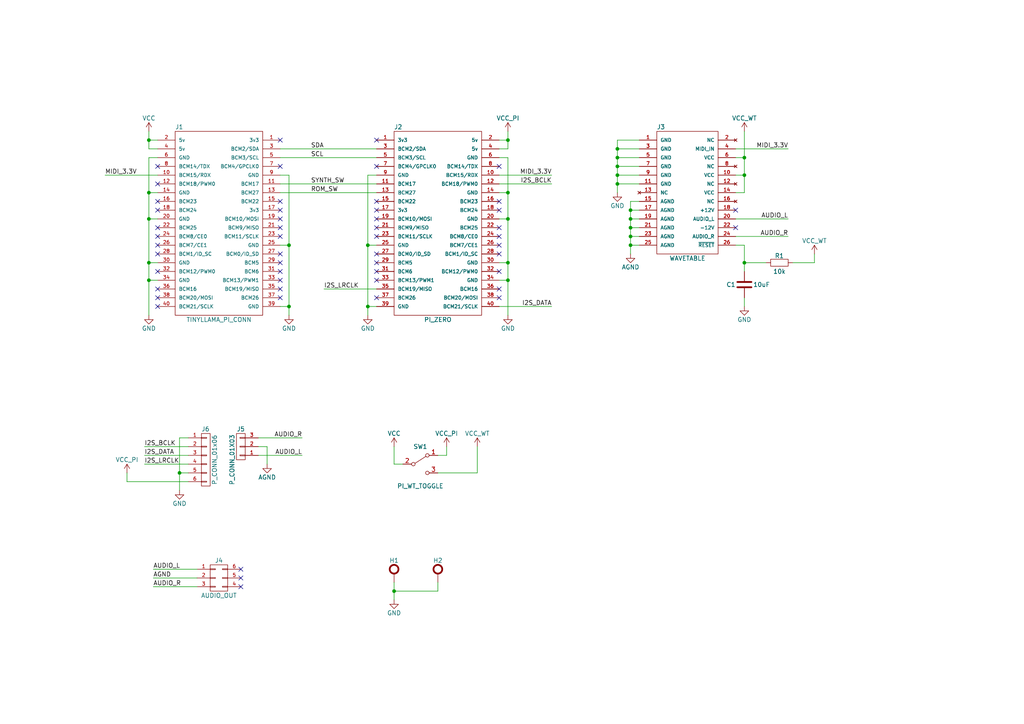
<source format=kicad_sch>
(kicad_sch (version 20230121) (generator eeschema)
  (paper "A4")
  (lib_symbols
    (symbol "Switch:SW_SPDT" (pin_names (offset 0) hide)
      (property "Reference" "SW" (at 0 4.318 0))
      (property "Value" "SW_SPDT" (at 0 -5.08 0))
      (symbol "SW_SPDT_0_0"
        (circle (center -2.032 0) (radius 0.508))
        (circle (center 2.032 -2.54) (radius 0.508))
      )
      (symbol "SW_SPDT_0_1"
        (polyline (pts (xy -1.524 0.254) (xy 1.651 2.286)))
        (circle (center 2.032 2.54) (radius 0.508))
      )
      (symbol "SW_SPDT_1_1"
        (pin passive line (at 5.08 2.54 180) (length 2.54) (name "A") (number "1"))
        (pin passive line (at -5.08 0 0) (length 2.54) (name "B") (number "2"))
        (pin passive line (at 5.08 -2.54 180) (length 2.54) (name "C") (number "3"))
      )
    )
    (symbol "llama_shared:AGND" (power) (pin_names (offset 0))
      (property "Value" "AGND" (at 0 -3.81 0))
      (symbol "AGND_1_1"
        (polyline (pts (xy 0 0) (xy 0 -1.27) (xy 1.27 -1.27) (xy 0 -2.54) (xy -1.27 -1.27) (xy 0 -1.27)))
        (pin power_in line (at 0 0 270) (length 0) hide (name "AGND") (number "1"))
      )
    )
    (symbol "llama_shared:C" (pin_numbers hide) (pin_names (offset 1.016))
      (property "Reference" "C" (at 2.54 -1.27 0))
      (property "Value" "C" (at 2.54 1.27 0))
      (symbol "C_1_1"
        (polyline (pts (xy -2.032 -0.762) (xy 2.032 -0.762)) (stroke (width 0.508)))
        (polyline (pts (xy -2.032 0.762) (xy 2.032 0.762)) (stroke (width 0.508)))
        (pin passive line (at 0 3.81 270) (length 2.794) (name "~") (number "1"))
        (pin passive line (at 0 -3.81 90) (length 2.794) (name "~") (number "2"))
      )
    )
    (symbol "llama_shared:GND" (power) (pin_names (offset 0))
      (property "Value" "GND" (at 0 -3.81 0))
      (symbol "GND_1_1"
        (polyline (pts (xy 0 0) (xy 0 -1.27) (xy 1.27 -1.27) (xy 0 -2.54) (xy -1.27 -1.27) (xy 0 -1.27)))
        (pin power_in line (at 0 0 270) (length 0) hide (name "GND") (number "1"))
      )
    )
    (symbol "llama_shared:H_HOLE" (pin_numbers hide) (pin_names (offset 1.016) hide)
      (property "Reference" "H" (at 0 2.54 0))
      (property "Value" "H_HOLE" (at 0 -8.89 0))
      (symbol "H_HOLE_1_1"
        (circle (center 0 0) (radius 1.27) (stroke (width 0.508)))
        (pin passive line (at 0 -3.81 90) (length 2.54) (name "1") (number "1"))
      )
    )
    (symbol "llama_shared:J_PI_ZERO" (pin_names (offset 1.016))
      (property "Reference" "J" (at -11.43 27.94 0))
      (property "Value" "J_PI_ZERO" (at 0 -27.94 0))
      (symbol "J_PI_ZERO_1_1"
        (rectangle (start -12.7 26.67) (end 12.7 -26.67))
        (pin passive line (at -17.78 24.13 0) (length 5.08) (name "3v3") (number "1"))
        (pin passive line (at 17.78 13.97 180) (length 5.08) (name "BCM15/RDX") (number "10"))
        (pin passive line (at -17.78 11.43 0) (length 5.08) (name "BCM17") (number "11"))
        (pin passive line (at 17.78 11.43 180) (length 5.08) (name "BCM18/PWM0") (number "12"))
        (pin passive line (at -17.78 8.89 0) (length 5.08) (name "BCM27") (number "13"))
        (pin passive line (at 17.78 8.89 180) (length 5.08) (name "GND") (number "14"))
        (pin passive line (at -17.78 6.35 0) (length 5.08) (name "BCM22") (number "15"))
        (pin passive line (at 17.78 6.35 180) (length 5.08) (name "BCM23") (number "16"))
        (pin passive line (at -17.78 3.81 0) (length 5.08) (name "3v3") (number "17"))
        (pin passive line (at 17.78 3.81 180) (length 5.08) (name "BCM24") (number "18"))
        (pin passive line (at -17.78 1.27 0) (length 5.08) (name "BCM10/MOSI") (number "19"))
        (pin passive line (at 17.78 24.13 180) (length 5.08) (name "5v") (number "2"))
        (pin passive line (at 17.78 1.27 180) (length 5.08) (name "GND") (number "20"))
        (pin passive line (at -17.78 -1.27 0) (length 5.08) (name "BCM9/MISO") (number "21"))
        (pin passive line (at 17.78 -1.27 180) (length 5.08) (name "BCM25") (number "22"))
        (pin passive line (at -17.78 -3.81 0) (length 5.08) (name "BCM11/SCLK") (number "23"))
        (pin passive line (at 17.78 -3.81 180) (length 5.08) (name "BCM8/CE0") (number "24"))
        (pin passive line (at -17.78 -6.35 0) (length 5.08) (name "GND") (number "25"))
        (pin passive line (at 17.78 -6.35 180) (length 5.08) (name "BCM7/CE1") (number "26"))
        (pin passive line (at -17.78 -8.89 0) (length 5.08) (name "BCM0/ID_SD") (number "27"))
        (pin passive line (at 17.78 -8.89 180) (length 5.08) (name "BCM1/ID_SC") (number "28"))
        (pin passive line (at -17.78 -11.43 0) (length 5.08) (name "BCM5") (number "29"))
        (pin passive line (at -17.78 21.59 0) (length 5.08) (name "BCM2/SDA") (number "3"))
        (pin passive line (at 17.78 -11.43 180) (length 5.08) (name "GND") (number "30"))
        (pin passive line (at -17.78 -13.97 0) (length 5.08) (name "BCM6") (number "31"))
        (pin passive line (at 17.78 -13.97 180) (length 5.08) (name "BCM12/PWM0") (number "32"))
        (pin passive line (at -17.78 -16.51 0) (length 5.08) (name "BCM13/PWM1") (number "33"))
        (pin passive line (at 17.78 -16.51 180) (length 5.08) (name "GND") (number "34"))
        (pin passive line (at -17.78 -19.05 0) (length 5.08) (name "BCM19/MISO") (number "35"))
        (pin passive line (at 17.78 -19.05 180) (length 5.08) (name "BCM16") (number "36"))
        (pin passive line (at -17.78 -21.59 0) (length 5.08) (name "BCM26") (number "37"))
        (pin passive line (at 17.78 -21.59 180) (length 5.08) (name "BCM20/MOSI") (number "38"))
        (pin passive line (at -17.78 -24.13 0) (length 5.08) (name "GND") (number "39"))
        (pin passive line (at 17.78 21.59 180) (length 5.08) (name "5v") (number "4"))
        (pin passive line (at 17.78 -24.13 180) (length 5.08) (name "BCM21/SCLK") (number "40"))
        (pin passive line (at -17.78 19.05 0) (length 5.08) (name "BCM3/SCL") (number "5"))
        (pin passive line (at 17.78 19.05 180) (length 5.08) (name "GND") (number "6"))
        (pin passive line (at -17.78 16.51 0) (length 5.08) (name "BCM4/GPCLK0") (number "7"))
        (pin passive line (at 17.78 16.51 180) (length 5.08) (name "BCM14/TDX") (number "8"))
        (pin passive line (at -17.78 13.97 0) (length 5.08) (name "GND") (number "9"))
      )
    )
    (symbol "llama_shared:J_PI_ZERO_MIRRORED" (pin_names (offset 1.016))
      (property "Reference" "J" (at -11.43 27.94 0))
      (property "Value" "J_PI_ZERO_MIRRORED" (at 0 -27.94 0))
      (symbol "J_PI_ZERO_MIRRORED_1_1"
        (rectangle (start -12.7 26.67) (end 12.7 -26.67))
        (pin passive line (at 17.78 24.13 180) (length 5.08) (name "3v3") (number "1"))
        (pin passive line (at -17.78 13.97 0) (length 5.08) (name "BCM15/RDX") (number "10"))
        (pin passive line (at 17.78 11.43 180) (length 5.08) (name "BCM17") (number "11"))
        (pin passive line (at -17.78 11.43 0) (length 5.08) (name "BCM18/PWM0") (number "12"))
        (pin passive line (at 17.78 8.89 180) (length 5.08) (name "BCM27") (number "13"))
        (pin passive line (at -17.78 8.89 0) (length 5.08) (name "GND") (number "14"))
        (pin passive line (at 17.78 6.35 180) (length 5.08) (name "BCM22") (number "15"))
        (pin passive line (at -17.78 6.35 0) (length 5.08) (name "BCM23") (number "16"))
        (pin passive line (at 17.78 3.81 180) (length 5.08) (name "3v3") (number "17"))
        (pin passive line (at -17.78 3.81 0) (length 5.08) (name "BCM24") (number "18"))
        (pin passive line (at 17.78 1.27 180) (length 5.08) (name "BCM10/MOSI") (number "19"))
        (pin passive line (at -17.78 24.13 0) (length 5.08) (name "5v") (number "2"))
        (pin passive line (at -17.78 1.27 0) (length 5.08) (name "GND") (number "20"))
        (pin passive line (at 17.78 -1.27 180) (length 5.08) (name "BCM9/MISO") (number "21"))
        (pin passive line (at -17.78 -1.27 0) (length 5.08) (name "BCM25") (number "22"))
        (pin passive line (at 17.78 -3.81 180) (length 5.08) (name "BCM11/SCLK") (number "23"))
        (pin passive line (at -17.78 -3.81 0) (length 5.08) (name "BCM8/CE0") (number "24"))
        (pin passive line (at 17.78 -6.35 180) (length 5.08) (name "GND") (number "25"))
        (pin passive line (at -17.78 -6.35 0) (length 5.08) (name "BCM7/CE1") (number "26"))
        (pin passive line (at 17.78 -8.89 180) (length 5.08) (name "BCM0/ID_SD") (number "27"))
        (pin passive line (at -17.78 -8.89 0) (length 5.08) (name "BCM1/ID_SC") (number "28"))
        (pin passive line (at 17.78 -11.43 180) (length 5.08) (name "BCM5") (number "29"))
        (pin passive line (at 17.78 21.59 180) (length 5.08) (name "BCM2/SDA") (number "3"))
        (pin passive line (at -17.78 -11.43 0) (length 5.08) (name "GND") (number "30"))
        (pin passive line (at 17.78 -13.97 180) (length 5.08) (name "BCM6") (number "31"))
        (pin passive line (at -17.78 -13.97 0) (length 5.08) (name "BCM12/PWM0") (number "32"))
        (pin passive line (at 17.78 -16.51 180) (length 5.08) (name "BCM13/PWM1") (number "33"))
        (pin passive line (at -17.78 -16.51 0) (length 5.08) (name "GND") (number "34"))
        (pin passive line (at 17.78 -19.05 180) (length 5.08) (name "BCM19/MISO") (number "35"))
        (pin passive line (at -17.78 -19.05 0) (length 5.08) (name "BCM16") (number "36"))
        (pin passive line (at 17.78 -21.59 180) (length 5.08) (name "BCM26") (number "37"))
        (pin passive line (at -17.78 -21.59 0) (length 5.08) (name "BCM20/MOSI") (number "38"))
        (pin passive line (at 17.78 -24.13 180) (length 5.08) (name "GND") (number "39"))
        (pin passive line (at -17.78 21.59 0) (length 5.08) (name "5v") (number "4"))
        (pin passive line (at -17.78 -24.13 0) (length 5.08) (name "BCM21/SCLK") (number "40"))
        (pin passive line (at 17.78 19.05 180) (length 5.08) (name "BCM3/SCL") (number "5"))
        (pin passive line (at -17.78 19.05 0) (length 5.08) (name "GND") (number "6"))
        (pin passive line (at 17.78 16.51 180) (length 5.08) (name "BCM4/GPCLK0") (number "7"))
        (pin passive line (at -17.78 16.51 0) (length 5.08) (name "BCM14/TDX") (number "8"))
        (pin passive line (at 17.78 13.97 180) (length 5.08) (name "GND") (number "9"))
      )
    )
    (symbol "llama_shared:J_WAVETABLE" (pin_names (offset 1.016))
      (property "Reference" "J" (at -7.62 19.05 0))
      (property "Value" "J_WAVETABLE" (at 0 -19.05 0))
      (symbol "J_WAVETABLE_1_1"
        (rectangle (start -8.89 17.78) (end 8.89 -17.78))
        (pin passive line (at -13.97 15.24 0) (length 5.08) (name "GND") (number "1"))
        (pin passive line (at 13.97 5.08 180) (length 5.08) (name "VCC") (number "10"))
        (pin passive line (at -13.97 2.54 0) (length 5.08) (name "GND") (number "11"))
        (pin no_connect line (at 13.97 2.54 180) (length 5.08) (name "NC") (number "12"))
        (pin no_connect line (at -13.97 0 0) (length 5.08) (name "NC") (number "13"))
        (pin passive line (at 13.97 0 180) (length 5.08) (name "VCC") (number "14"))
        (pin passive line (at -13.97 -2.54 0) (length 5.08) (name "AGND") (number "15"))
        (pin no_connect line (at 13.97 -2.54 180) (length 5.08) (name "NC") (number "16"))
        (pin passive line (at -13.97 -5.08 0) (length 5.08) (name "AGND") (number "17"))
        (pin passive line (at 13.97 -5.08 180) (length 5.08) (name "+12V") (number "18"))
        (pin passive line (at -13.97 -7.62 0) (length 5.08) (name "AGND") (number "19"))
        (pin no_connect line (at 13.97 15.24 180) (length 5.08) (name "NC") (number "2"))
        (pin passive line (at 13.97 -7.62 180) (length 5.08) (name "AUDIO_L") (number "20"))
        (pin passive line (at -13.97 -10.16 0) (length 5.08) (name "AGND") (number "21"))
        (pin passive line (at 13.97 -10.16 180) (length 5.08) (name "-12V") (number "22"))
        (pin passive line (at -13.97 -12.7 0) (length 5.08) (name "AGND") (number "23"))
        (pin passive line (at 13.97 -12.7 180) (length 5.08) (name "AUDIO_R") (number "24"))
        (pin passive line (at -13.97 -15.24 0) (length 5.08) (name "AGND") (number "25"))
        (pin passive line (at 13.97 -15.24 180) (length 5.08) (name "~{RESET}") (number "26"))
        (pin passive line (at -13.97 12.7 0) (length 5.08) (name "GND") (number "3"))
        (pin passive line (at 13.97 12.7 180) (length 5.08) (name "MIDI_IN") (number "4"))
        (pin passive line (at -13.97 10.16 0) (length 5.08) (name "GND") (number "5"))
        (pin passive line (at 13.97 10.16 180) (length 5.08) (name "VCC") (number "6"))
        (pin passive line (at -13.97 7.62 0) (length 5.08) (name "GND") (number "7"))
        (pin no_connect line (at 13.97 7.62 180) (length 5.08) (name "NC") (number "8"))
        (pin passive line (at -13.97 5.08 0) (length 5.08) (name "GND") (number "9"))
      )
    )
    (symbol "llama_shared:P_CONN_01X03" (pin_names (offset 1.016))
      (property "Reference" "P" (at 0 5.08 0))
      (property "Value" "P_CONN_01X03" (at 2.54 0 90))
      (symbol "P_CONN_01X03_0_1"
        (rectangle (start -1.27 3.81) (end 1.27 -3.81) (stroke (width 0.1524)))
      )
      (symbol "P_CONN_01X03_1_1"
        (rectangle (start -1.27 -2.413) (end 0.254 -2.667))
        (rectangle (start -1.27 0.127) (end 0.254 -0.127))
        (rectangle (start -1.27 2.667) (end 0.254 2.413))
        (pin passive line (at -5.08 2.54 0) (length 3.81) (name "~") (number "1"))
        (pin passive line (at -5.08 0 0) (length 3.81) (name "~") (number "2"))
        (pin passive line (at -5.08 -2.54 0) (length 3.81) (name "~") (number "3"))
      )
    )
    (symbol "llama_shared:P_CONN_01x06" (pin_names (offset 1.016))
      (property "Reference" "P" (at -1.27 8.89 0))
      (property "Value" "P_CONN_01x06" (at 2.54 0 90))
      (symbol "P_CONN_01x06_1_1"
        (rectangle (start -1.27 -6.223) (end 0.254 -6.477))
        (rectangle (start -1.27 -3.683) (end 0.254 -3.937))
        (rectangle (start -1.27 -1.143) (end 0.254 -1.397))
        (rectangle (start -1.27 1.397) (end 0.254 1.143))
        (rectangle (start -1.27 3.937) (end 0.254 3.683))
        (rectangle (start -1.27 6.477) (end 0.254 6.223))
        (rectangle (start -1.27 7.62) (end 1.27 -7.62))
        (pin passive line (at -5.08 6.35 0) (length 3.81) (name "~") (number "1"))
        (pin passive line (at -5.08 3.81 0) (length 3.81) (name "~") (number "2"))
        (pin passive line (at -5.08 1.27 0) (length 3.81) (name "~") (number "3"))
        (pin passive line (at -5.08 -1.27 0) (length 3.81) (name "~") (number "4"))
        (pin passive line (at -5.08 -3.81 0) (length 3.81) (name "~") (number "5"))
        (pin passive line (at -5.08 -6.35 0) (length 3.81) (name "~") (number "6"))
      )
    )
    (symbol "llama_shared:P_CONN_02X03" (pin_names (offset 1.016))
      (property "Reference" "P" (at -1.27 5.08 0))
      (property "Value" "P_CONN_02X03" (at 0 -5.08 0))
      (symbol "P_CONN_02X03_0_1"
        (rectangle (start -2.54 3.81) (end 2.54 -3.81) (stroke (width 0.1524)))
      )
      (symbol "P_CONN_02X03_1_1"
        (rectangle (start -2.54 -2.413) (end -1.016 -2.667))
        (rectangle (start -2.54 0.127) (end -1.016 -0.127))
        (rectangle (start -2.54 2.667) (end -1.016 2.413))
        (rectangle (start 1.016 -2.413) (end 2.54 -2.667))
        (rectangle (start 1.016 0.127) (end 2.54 -0.127))
        (rectangle (start 1.016 2.667) (end 2.54 2.413))
        (pin passive line (at -6.35 2.54 0) (length 3.81) (name "~") (number "1"))
        (pin passive line (at -6.35 0 0) (length 3.81) (name "~") (number "2"))
        (pin passive line (at -6.35 -2.54 0) (length 3.81) (name "~") (number "3"))
        (pin passive line (at 6.35 -2.54 180) (length 3.81) (name "~") (number "4"))
        (pin passive line (at 6.35 0 180) (length 3.81) (name "~") (number "5"))
        (pin passive line (at 6.35 2.54 180) (length 3.81) (name "~") (number "6"))
      )
    )
    (symbol "llama_shared:R" (pin_numbers hide) (pin_names (offset 0))
      (property "Reference" "R" (at 1.27 1.27 0))
      (property "Value" "R" (at 1.27 -1.27 0))
      (symbol "R_1_1"
        (rectangle (start -1.016 -2.54) (end 1.016 2.54) (stroke (width 0.1524)))
        (pin passive line (at 0 3.81 270) (length 1.27) (name "~") (number "1"))
        (pin passive line (at 0 -3.81 90) (length 1.27) (name "~") (number "2"))
      )
    )
    (symbol "llama_shared:VCC" (power) (pin_names (offset 0))
      (property "Value" "VCC" (at 0 3.81 0))
      (symbol "VCC_1_1"
        (polyline (pts (xy -0.762 1.27) (xy 0 2.54)))
        (polyline (pts (xy 0 0) (xy 0 2.54)))
        (polyline (pts (xy 0 2.54) (xy 0.762 1.27)))
        (pin power_in line (at 0 0 90) (length 0) hide (name "VCC") (number "1"))
      )
    )
    (symbol "llama_shared:VCC_PI" (power) (pin_names (offset 0))
      (property "Value" "VCC_PI" (at 0 3.81 0))
      (symbol "VCC_PI_1_1"
        (polyline (pts (xy -0.762 1.27) (xy 0 2.54)))
        (polyline (pts (xy 0 0) (xy 0 2.54)))
        (polyline (pts (xy 0 2.54) (xy 0.762 1.27)))
        (pin power_in line (at 0 0 90) (length 0) hide (name "VCC_PI") (number "1"))
      )
    )
    (symbol "llama_shared:VCC_WT" (power) (pin_names (offset 0))
      (property "Value" "VCC_WT" (at 0 3.81 0))
      (symbol "VCC_WT_1_1"
        (polyline (pts (xy -0.762 1.27) (xy 0 2.54)))
        (polyline (pts (xy 0 0) (xy 0 2.54)))
        (polyline (pts (xy 0 2.54) (xy 0.762 1.27)))
        (pin power_in line (at 0 0 90) (length 0) hide (name "VCC_WT") (number "1"))
      )
    )
  )
  (junction (at 182.88 68.58))
  (junction (at 182.88 66.04))
  (junction (at 43.18 81.28))
  (junction (at 83.82 71.12))
  (junction (at 114.3 171.45))
  (junction (at 179.07 50.8))
  (junction (at 182.88 71.12))
  (junction (at 182.88 63.5))
  (junction (at 179.07 53.34))
  (junction (at 43.18 40.64))
  (junction (at 179.07 43.18))
  (junction (at 43.18 55.88))
  (junction (at 52.07 137.16))
  (junction (at 83.82 88.9))
  (junction (at 147.32 63.5))
  (junction (at 43.18 76.2))
  (junction (at 147.32 81.28))
  (junction (at 215.9 76.2))
  (junction (at 179.07 48.26))
  (junction (at 106.68 88.9))
  (junction (at 43.18 63.5))
  (junction (at 179.07 45.72))
  (junction (at 182.88 60.96))
  (junction (at 147.32 40.64))
  (junction (at 215.9 45.72))
  (junction (at 106.68 71.12))
  (junction (at 215.9 50.8))
  (junction (at 147.32 76.2))
  (junction (at 147.32 55.88))
  (no_connect (at 109.22 73.66))
  (no_connect (at 69.85 167.64))
  (no_connect (at 81.28 81.28))
  (no_connect (at 45.72 48.26))
  (no_connect (at 144.78 83.82))
  (no_connect (at 144.78 60.96))
  (no_connect (at 81.28 58.42))
  (no_connect (at 144.78 86.36))
  (no_connect (at 69.85 170.18))
  (no_connect (at 144.78 73.66))
  (no_connect (at 81.28 68.58))
  (no_connect (at 144.78 58.42))
  (no_connect (at 45.72 71.12))
  (no_connect (at 109.22 63.5))
  (no_connect (at 109.22 76.2))
  (no_connect (at 144.78 78.74))
  (no_connect (at 45.72 83.82))
  (no_connect (at 81.28 40.64))
  (no_connect (at 213.36 66.04))
  (no_connect (at 144.78 68.58))
  (no_connect (at 213.36 60.96))
  (no_connect (at 45.72 66.04))
  (no_connect (at 144.78 71.12))
  (no_connect (at 81.28 48.26))
  (no_connect (at 81.28 73.66))
  (no_connect (at 45.72 78.74))
  (no_connect (at 81.28 78.74))
  (no_connect (at 81.28 63.5))
  (no_connect (at 45.72 60.96))
  (no_connect (at 45.72 53.34))
  (no_connect (at 109.22 40.64))
  (no_connect (at 109.22 66.04))
  (no_connect (at 81.28 86.36))
  (no_connect (at 81.28 66.04))
  (no_connect (at 109.22 86.36))
  (no_connect (at 81.28 76.2))
  (no_connect (at 144.78 66.04))
  (no_connect (at 109.22 68.58))
  (no_connect (at 45.72 88.9))
  (no_connect (at 45.72 58.42))
  (no_connect (at 81.28 60.96))
  (no_connect (at 144.78 48.26))
  (no_connect (at 69.85 165.1))
  (no_connect (at 45.72 86.36))
  (no_connect (at 109.22 81.28))
  (no_connect (at 109.22 48.26))
  (no_connect (at 81.28 83.82))
  (no_connect (at 45.72 73.66))
  (no_connect (at 109.22 78.74))
  (no_connect (at 109.22 60.96))
  (no_connect (at 45.72 68.58))
  (no_connect (at 109.22 58.42))
  (wire (pts (xy 127 132.08) (xy 129.54 132.08)))
  (wire (pts (xy 106.68 88.9) (xy 109.22 88.9)))
  (wire (pts (xy 44.45 165.1) (xy 57.15 165.1)))
  (wire (pts (xy 144.78 43.18) (xy 147.32 43.18)))
  (wire (pts (xy 41.91 132.08) (xy 54.61 132.08)))
  (wire (pts (xy 106.68 71.12) (xy 109.22 71.12)))
  (wire (pts (xy 147.32 45.72) (xy 147.32 55.88)))
  (wire (pts (xy 179.07 53.34) (xy 179.07 55.88)))
  (wire (pts (xy 213.36 63.5) (xy 228.6 63.5)))
  (wire (pts (xy 93.98 83.82) (xy 109.22 83.82)))
  (wire (pts (xy 74.93 132.08) (xy 87.63 132.08)))
  (wire (pts (xy 179.07 50.8) (xy 179.07 53.34)))
  (wire (pts (xy 81.28 43.18) (xy 109.22 43.18)))
  (wire (pts (xy 106.68 50.8) (xy 106.68 71.12)))
  (wire (pts (xy 229.87 76.2) (xy 236.22 76.2)))
  (wire (pts (xy 77.47 129.54) (xy 77.47 134.62)))
  (wire (pts (xy 179.07 45.72) (xy 179.07 48.26)))
  (wire (pts (xy 179.07 48.26) (xy 179.07 50.8)))
  (wire (pts (xy 81.28 71.12) (xy 83.82 71.12)))
  (wire (pts (xy 83.82 71.12) (xy 83.82 88.9)))
  (wire (pts (xy 114.3 129.54) (xy 114.3 134.62)))
  (wire (pts (xy 182.88 58.42) (xy 182.88 60.96)))
  (wire (pts (xy 41.91 134.62) (xy 54.61 134.62)))
  (wire (pts (xy 147.32 76.2) (xy 144.78 76.2)))
  (wire (pts (xy 147.32 55.88) (xy 147.32 63.5)))
  (wire (pts (xy 44.45 170.18) (xy 57.15 170.18)))
  (wire (pts (xy 54.61 137.16) (xy 52.07 137.16)))
  (wire (pts (xy 83.82 88.9) (xy 83.82 91.44)))
  (wire (pts (xy 81.28 88.9) (xy 83.82 88.9)))
  (wire (pts (xy 147.32 76.2) (xy 147.32 81.28)))
  (wire (pts (xy 147.32 43.18) (xy 147.32 40.64)))
  (wire (pts (xy 43.18 40.64) (xy 43.18 43.18)))
  (wire (pts (xy 185.42 68.58) (xy 182.88 68.58)))
  (wire (pts (xy 185.42 66.04) (xy 182.88 66.04)))
  (wire (pts (xy 43.18 63.5) (xy 45.72 63.5)))
  (wire (pts (xy 185.42 40.64) (xy 179.07 40.64)))
  (wire (pts (xy 182.88 68.58) (xy 182.88 71.12)))
  (wire (pts (xy 116.84 134.62) (xy 114.3 134.62)))
  (wire (pts (xy 138.43 129.54) (xy 138.43 137.16)))
  (wire (pts (xy 81.28 50.8) (xy 83.82 50.8)))
  (wire (pts (xy 147.32 63.5) (xy 144.78 63.5)))
  (wire (pts (xy 114.3 171.45) (xy 114.3 173.99)))
  (wire (pts (xy 160.02 53.34) (xy 144.78 53.34)))
  (wire (pts (xy 44.45 167.64) (xy 57.15 167.64)))
  (wire (pts (xy 147.32 81.28) (xy 144.78 81.28)))
  (wire (pts (xy 114.3 168.91) (xy 114.3 171.45)))
  (wire (pts (xy 185.42 48.26) (xy 179.07 48.26)))
  (wire (pts (xy 81.28 55.88) (xy 109.22 55.88)))
  (wire (pts (xy 236.22 76.2) (xy 236.22 73.66)))
  (wire (pts (xy 81.28 53.34) (xy 109.22 53.34)))
  (wire (pts (xy 83.82 50.8) (xy 83.82 71.12)))
  (wire (pts (xy 144.78 50.8) (xy 160.02 50.8)))
  (wire (pts (xy 185.42 53.34) (xy 179.07 53.34)))
  (wire (pts (xy 52.07 127) (xy 52.07 137.16)))
  (wire (pts (xy 182.88 60.96) (xy 182.88 63.5)))
  (wire (pts (xy 185.42 71.12) (xy 182.88 71.12)))
  (wire (pts (xy 36.83 137.16) (xy 36.83 139.7)))
  (wire (pts (xy 36.83 139.7) (xy 54.61 139.7)))
  (wire (pts (xy 43.18 38.1) (xy 43.18 40.64)))
  (wire (pts (xy 185.42 58.42) (xy 182.88 58.42)))
  (wire (pts (xy 213.36 43.18) (xy 228.6 43.18)))
  (wire (pts (xy 182.88 63.5) (xy 182.88 66.04)))
  (wire (pts (xy 215.9 38.1) (xy 215.9 45.72)))
  (wire (pts (xy 147.32 38.1) (xy 147.32 40.64)))
  (wire (pts (xy 179.07 43.18) (xy 179.07 45.72)))
  (wire (pts (xy 147.32 63.5) (xy 147.32 76.2)))
  (wire (pts (xy 215.9 76.2) (xy 215.9 78.74)))
  (wire (pts (xy 213.36 45.72) (xy 215.9 45.72)))
  (wire (pts (xy 54.61 127) (xy 52.07 127)))
  (wire (pts (xy 52.07 137.16) (xy 52.07 142.24)))
  (wire (pts (xy 41.91 129.54) (xy 54.61 129.54)))
  (wire (pts (xy 144.78 45.72) (xy 147.32 45.72)))
  (wire (pts (xy 43.18 76.2) (xy 45.72 76.2)))
  (wire (pts (xy 30.48 50.8) (xy 45.72 50.8)))
  (wire (pts (xy 43.18 76.2) (xy 43.18 81.28)))
  (wire (pts (xy 185.42 50.8) (xy 179.07 50.8)))
  (wire (pts (xy 127 137.16) (xy 138.43 137.16)))
  (wire (pts (xy 81.28 45.72) (xy 109.22 45.72)))
  (wire (pts (xy 43.18 55.88) (xy 43.18 63.5)))
  (wire (pts (xy 185.42 60.96) (xy 182.88 60.96)))
  (wire (pts (xy 213.36 50.8) (xy 215.9 50.8)))
  (wire (pts (xy 106.68 88.9) (xy 106.68 91.44)))
  (wire (pts (xy 215.9 76.2) (xy 222.25 76.2)))
  (wire (pts (xy 129.54 129.54) (xy 129.54 132.08)))
  (wire (pts (xy 213.36 71.12) (xy 215.9 71.12)))
  (wire (pts (xy 215.9 55.88) (xy 215.9 50.8)))
  (wire (pts (xy 43.18 45.72) (xy 43.18 55.88)))
  (wire (pts (xy 147.32 55.88) (xy 144.78 55.88)))
  (wire (pts (xy 45.72 45.72) (xy 43.18 45.72)))
  (wire (pts (xy 213.36 68.58) (xy 228.6 68.58)))
  (wire (pts (xy 215.9 71.12) (xy 215.9 76.2)))
  (wire (pts (xy 45.72 40.64) (xy 43.18 40.64)))
  (wire (pts (xy 160.02 88.9) (xy 144.78 88.9)))
  (wire (pts (xy 43.18 63.5) (xy 43.18 76.2)))
  (wire (pts (xy 182.88 71.12) (xy 182.88 73.66)))
  (wire (pts (xy 109.22 50.8) (xy 106.68 50.8)))
  (wire (pts (xy 43.18 43.18) (xy 45.72 43.18)))
  (wire (pts (xy 185.42 43.18) (xy 179.07 43.18)))
  (wire (pts (xy 179.07 40.64) (xy 179.07 43.18)))
  (wire (pts (xy 147.32 81.28) (xy 147.32 91.44)))
  (wire (pts (xy 43.18 55.88) (xy 45.72 55.88)))
  (wire (pts (xy 215.9 50.8) (xy 215.9 45.72)))
  (wire (pts (xy 213.36 55.88) (xy 215.9 55.88)))
  (wire (pts (xy 106.68 71.12) (xy 106.68 88.9)))
  (wire (pts (xy 114.3 171.45) (xy 127 171.45)))
  (wire (pts (xy 43.18 81.28) (xy 45.72 81.28)))
  (wire (pts (xy 74.93 129.54) (xy 77.47 129.54)))
  (wire (pts (xy 127 171.45) (xy 127 168.91)))
  (wire (pts (xy 74.93 127) (xy 87.63 127)))
  (wire (pts (xy 182.88 66.04) (xy 182.88 68.58)))
  (wire (pts (xy 185.42 63.5) (xy 182.88 63.5)))
  (wire (pts (xy 144.78 40.64) (xy 147.32 40.64)))
  (wire (pts (xy 185.42 45.72) (xy 179.07 45.72)))
  (wire (pts (xy 215.9 86.36) (xy 215.9 88.9)))
  (wire (pts (xy 43.18 81.28) (xy 43.18 91.44)))
  (label "MIDI_3.3V" (at 228.6 43.18 180))
  (label "SDA" (at 90.17 43.18 0))
  (label "I2S_BCLK" (at 160.02 53.34 180))
  (label "SCL" (at 90.17 45.72 0))
  (label "AGND" (at 44.45 167.64 0))
  (label "I2S_DATA" (at 160.02 88.9 180))
  (label "AUDIO_L" (at 87.63 132.08 180))
  (label "AUDIO_L" (at 228.6 63.5 180))
  (label "AUDIO_R" (at 228.6 68.58 180))
  (label "I2S_LRCLK" (at 93.98 83.82 0))
  (label "I2S_LRCLK" (at 41.91 134.62 0))
  (label "ROM_SW" (at 90.17 55.88 0))
  (label "AUDIO_L" (at 44.45 165.1 0))
  (label "MIDI_3.3V" (at 160.02 50.8 180))
  (label "I2S_BCLK" (at 41.91 129.54 0))
  (label "I2S_DATA" (at 41.91 132.08 0))
  (label "AUDIO_R" (at 44.45 170.18 0))
  (label "SYNTH_SW" (at 90.17 53.34 0))
  (label "MIDI_3.3V" (at 30.48 50.8 0))
  (label "AUDIO_R" (at 87.63 127 180))
  (symbol (lib_id "llama_shared:GND") (at 179.07 55.88 0) (unit 1)
    (property "Reference" "#PWR08" (effects hide))
    (property "Value" "GND" (at 179.07 59.69 0))
  )
  (symbol (lib_id "llama_shared:VCC_WT") (at 138.43 129.54 0) (unit 1)
    (property "Reference" "#PWR012" (effects hide))
    (property "Value" "VCC_WT" (at 138.43 125.73 0))
  )
  (symbol (lib_id "llama_shared:GND") (at 114.3 173.99 0) (unit 1)
    (property "Reference" "#PWR016" (effects hide))
    (property "Value" "GND" (at 114.3 177.8 0))
  )
  (symbol (lib_id "llama_shared:VCC_PI") (at 36.83 137.16 0) (unit 1)
    (property "Reference" "#PWR019" (effects hide))
    (property "Value" "VCC_PI" (at 36.83 133.35 0))
  )
  (symbol (lib_id "Switch:SW_SPDT") (at 121.92 134.62 0) (unit 1)
    (property "Reference" "SW1" (at 121.92 129.54 0))
    (property "Value" "PI_WT_TOGGLE" (at 121.92 140.97 0))
    (property "Footprint" "llama_shared:SW_1MS1T2B4M6QES" (effects hide))
  )
  (symbol (lib_id "llama_shared:C") (at 215.9 82.55 0) (unit 1)
    (property "Reference" "C1" (at 213.36 82.55 0) (effects (justify right)))
    (property "Value" "10uF" (at 218.44 82.55 0) (effects (justify left)))
    (property "Footprint" "Capacitor_SMD:C_0603_1608Metric" (effects hide))
  )
  (symbol (lib_id "llama_shared:H_HOLE") (at 127 165.1 0) (unit 1)
    (property "Reference" "H2" (at 127 162.56 0))
    (property "Value" "H_HOLE" (effects hide))
    (property "Footprint" "llama_shared:H_440_HOLE" (effects hide))
  )
  (symbol (lib_id "llama_shared:P_CONN_02X03") (at 63.5 167.64 0) (unit 1)
    (property "Reference" "J4" (at 63.5 162.56 0))
    (property "Value" "AUDIO_OUT" (at 63.5 172.72 0))
    (property "Footprint" "llama_shared:P_CONN_02X03_SMD" (effects hide))
  )
  (symbol (lib_id "llama_shared:H_HOLE") (at 114.3 165.1 0) (unit 1)
    (property "Reference" "H1" (at 114.3 162.56 0))
    (property "Value" "H_HOLE" (effects hide))
    (property "Footprint" "llama_shared:H_440_HOLE" (effects hide))
  )
  (symbol (lib_id "llama_shared:R") (at 226.06 76.2 90) (unit 1)
    (property "Reference" "R1" (at 226.06 74.93 90) (effects (justify top)))
    (property "Value" "10k" (at 226.06 78.74 90))
    (property "Footprint" "Resistor_SMD:R_0603_1608Metric" (effects hide))
  )
  (symbol (lib_id "llama_shared:GND") (at 147.32 91.44 0) (unit 1)
    (property "Reference" "#PWR04" (effects hide))
    (property "Value" "GND" (at 147.32 95.25 0))
  )
  (symbol (lib_id "llama_shared:J_PI_ZERO_MIRRORED") (at 63.5 64.77 0) (unit 1)
    (property "Reference" "J1" (at 50.8 36.83 0) (effects (justify left)))
    (property "Value" "TINYLLAMA_PI_CONN" (at 63.5 92.71 0))
    (property "Footprint" "llama_shared:J_CONN_RPI_MIRRORED_SMD" (effects hide))
  )
  (symbol (lib_id "llama_shared:AGND") (at 182.88 73.66 0) (unit 1)
    (property "Reference" "#PWR07" (effects hide))
    (property "Value" "AGND" (at 182.88 77.47 0))
  )
  (symbol (lib_id "llama_shared:VCC") (at 43.18 38.1 0) (unit 1)
    (property "Reference" "#PWR05" (effects hide))
    (property "Value" "VCC" (at 43.18 34.29 0))
  )
  (symbol (lib_id "llama_shared:VCC_WT") (at 236.22 73.66 0) (unit 1)
    (property "Reference" "#PWR013" (effects hide))
    (property "Value" "VCC_WT" (at 236.22 69.85 0))
  )
  (symbol (lib_id "llama_shared:AGND") (at 77.47 134.62 0) (unit 1)
    (property "Reference" "#PWR015" (effects hide))
    (property "Value" "AGND" (at 77.47 138.43 0))
  )
  (symbol (lib_id "llama_shared:J_WAVETABLE") (at 199.39 55.88 0) (unit 1)
    (property "Reference" "J3" (at 190.5 36.83 0) (effects (justify left)))
    (property "Value" "WAVETABLE" (at 199.39 74.93 0))
    (property "Footprint" "llama_shared:J_CONN_WAVETABLE" (effects hide))
  )
  (symbol (lib_id "llama_shared:GND") (at 52.07 142.24 0) (unit 1)
    (property "Reference" "#PWR020" (effects hide))
    (property "Value" "GND" (at 52.07 146.05 0))
  )
  (symbol (lib_id "llama_shared:GND") (at 83.82 91.44 0) (unit 1)
    (property "Reference" "#PWR01" (effects hide))
    (property "Value" "GND" (at 83.82 95.25 0))
  )
  (symbol (lib_id "llama_shared:VCC_PI") (at 129.54 129.54 0) (unit 1)
    (property "Reference" "#PWR011" (effects hide))
    (property "Value" "VCC_PI" (at 129.54 125.73 0))
  )
  (symbol (lib_id "llama_shared:VCC_PI") (at 147.32 38.1 0) (unit 1)
    (property "Reference" "#PWR06" (effects hide))
    (property "Value" "VCC_PI" (at 147.32 34.29 0))
  )
  (symbol (lib_id "llama_shared:VCC_WT") (at 215.9 38.1 0) (unit 1)
    (property "Reference" "#PWR09" (effects hide))
    (property "Value" "VCC_WT" (at 215.9 34.29 0))
  )
  (symbol (lib_id "llama_shared:P_CONN_01x06") (at 59.69 133.35 0) (unit 1)
    (property "Reference" "J6" (at 58.42 124.46 0) (effects (justify left)))
    (property "Value" "P_CONN_01x06" (at 62.23 133.35 90))
    (property "Footprint" "llama_shared:P_CONN_01X06_SMD" (effects hide))
  )
  (symbol (lib_id "llama_shared:GND") (at 43.18 91.44 0) (unit 1)
    (property "Reference" "#PWR02" (effects hide))
    (property "Value" "GND" (at 43.18 95.25 0))
  )
  (symbol (lib_id "llama_shared:J_PI_ZERO") (at 127 64.77 0) (unit 1)
    (property "Reference" "J2" (at 114.3 36.83 0) (effects (justify left)))
    (property "Value" "PI_ZERO" (at 127 92.71 0))
    (property "Footprint" "llama_shared:J_CONN_RPI_SMD" (effects hide))
  )
  (symbol (lib_id "llama_shared:P_CONN_01X03") (at 69.85 129.54 180) (unit 1)
    (property "Reference" "J5" (at 69.85 124.46 0))
    (property "Value" "P_CONN_01X03" (at 67.31 133.35 90))
    (property "Footprint" "llama_shared:P_CONN_01X03_SMD" (effects hide))
  )
  (symbol (lib_id "llama_shared:GND") (at 215.9 88.9 0) (unit 1)
    (property "Reference" "#PWR014" (effects hide))
    (property "Value" "GND" (at 215.9 92.71 0))
  )
  (symbol (lib_id "llama_shared:GND") (at 106.68 91.44 0) (unit 1)
    (property "Reference" "#PWR03" (effects hide))
    (property "Value" "GND" (at 106.68 95.25 0))
  )
  (symbol (lib_id "llama_shared:VCC") (at 114.3 129.54 0) (unit 1)
    (property "Reference" "#PWR010" (effects hide))
    (property "Value" "VCC" (at 114.3 125.73 0))
  )
)
</source>
